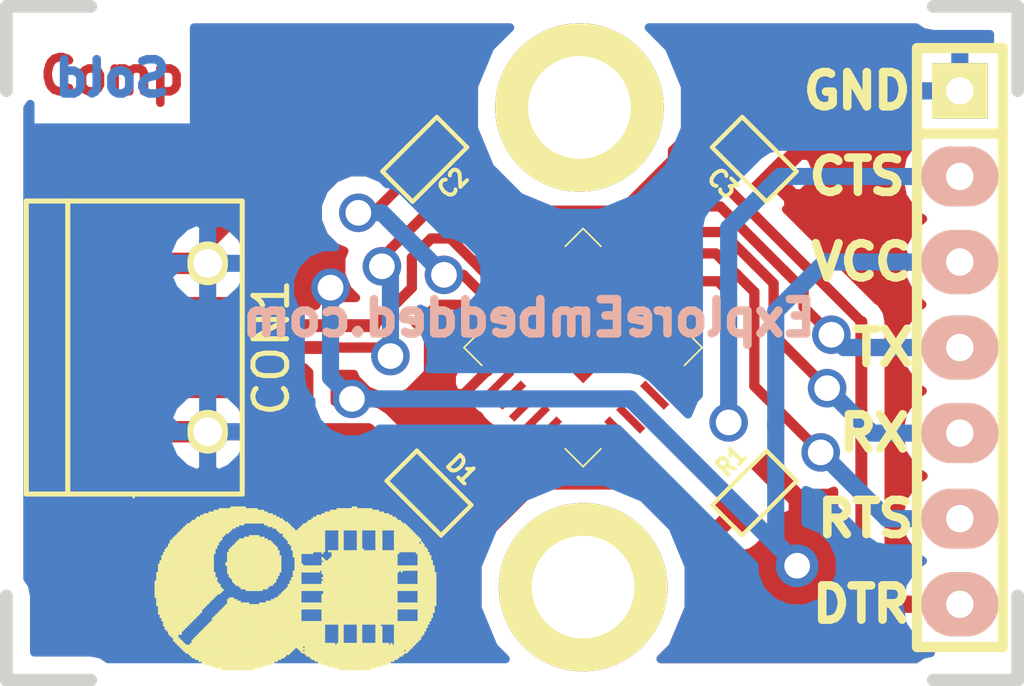
<source format=kicad_pcb>
(kicad_pcb (version 4) (host pcbnew "(2015-01-16 BZR 5376)-product")
  (title_block (date "25 may 2015") (company ExoploreEmbedded.com))
  (layers (0 Front signal) (31 Back jumper) (34 B.Paste user) (35 F.Paste user) (36 B.SilkS user) (37 F.SilkS user) (38 B.Mask user) (39 F.Mask user) (44 Edge.Cuts user))
  (net 0 "")
  (net 1 /CTS)
  (net 2 /D+)
  (net 3 /D-)
  (net 4 /DTR)
  (net 5 /RTS)
  (net 6 /RX)
  (net 7 /TX)
  (net 8 /VCC)
  (net 9 GND)
  (net 10 "Net-(C2-Pad1)")
  (net 11 "Net-(D1-Pad1)")
  (net 12 "Net-(P2-Pad1)")
  (net 13 "Net-(P3-Pad1)")
  (net 14 "Net-(U1-Pad2)")
  (net 15 "Net-(U1-Pad1)")
  (net 16 "Net-(U1-Pad27)")
  (net 17 "Net-(U1-Pad22)")
  (net 18 "Net-(U1-Pad21)")
  (net 19 "Net-(U1-Pad20)")
  (net 20 "Net-(U1-Pad19)")
  (net 21 "Net-(U1-Pad18)")
  (net 22 "Net-(U1-Pad17)")
  (net 23 "Net-(U1-Pad16)")
  (net 24 "Net-(U1-Pad15)")
  (net 25 "Net-(U1-Pad14)")
  (net 26 "Net-(U1-Pad13)")
  (net 27 "Net-(U1-Pad12)")
  (net 28 "Net-(U1-Pad11)")
  (net 29 "Net-(U1-Pad10)")
  (net 30 "Net-(U1-Pad9)")
  (module Connect:USB_Micro-B (layer Front) (at 32.908 29.628 270)
    (fp_text reference CON1 (at 0 -3.45 270) (layer F.SilkS))
    (fp_text value USB-MINI-B hide)
    (pad 1 smd rect (at -1.3009 -1.8) (size 1.8 0.4) (layers Front F.Paste F.Mask) (net 8 /VCC))
    (pad 2 smd rect (at -0.6509 -1.8) (size 1.8 0.4) (layers Front F.Paste F.Mask) (net 3 /D-))
    (pad 3 smd rect (at -0.0009 -1.8) (size 1.8 0.4) (layers Front F.Paste F.Mask) (net 2 /D+))
    (pad 4 smd rect (at 0.6491 -1.8) (size 1.8 0.4) (layers Front F.Paste F.Mask) (net 9 GND))
    (pad 5 smd rect (at 1.2991 -1.8) (size 1.8 0.4) (layers Front F.Paste F.Mask) (net 9 GND))
    (pad 6 thru_hole oval (at -2.5009 -1.56254) (size 1.2 1.3) (drill oval 0.85) (layers *.Cu *.Mask F.SilkS) (net 9 GND))
    (pad 6 thru_hole oval (at 2.4991 -1.56254) (size 1.2 1.3) (drill oval 0.85) (layers *.Cu *.Mask F.SilkS) (net 9 GND))
    (pad 6 smd rect (at -4.6 1.1) (size 1.55 2.5) (layers Front F.Paste F.Mask) (net 9 GND))
    (pad 6 smd rect (at 4.5 1.1) (size 1.55 2.5) (layers Front F.Paste F.Mask) (net 9 GND))
  )
  (module Connect:1pin (layer Front) (at 45.608 36.74)
    (fp_text reference P3 hide)
    (fp_text value CONN_1 hide)
    (pad 1 thru_hole circle (at 0 0) (size 5 5) (drill 3.048) (layers *.Cu *.Mask F.SilkS) (net 13 "Net-(P3-Pad1)"))
  )
  (module Connect:1pin (layer Front) (at 45.5 22.5)
    (fp_text reference P2 hide)
    (fp_text value CONN_1 hide)
    (pad 1 thru_hole circle (at 0 0) (size 5 5) (drill 3.048) (layers *.Cu *.Mask F.SilkS) (net 12 "Net-(P2-Pad1)"))
  )
  (module cp2102_xl2 (layer Front) (at 45.608 29.628 315)
    (fp_text reference U1 hide)
    (fp_text value CP2102 hide)
    (pad 7 smd rect (at -2.49936 1.50114 315) (size 1.00076 0.23114) (layers Front F.Paste F.Mask) (net 8 /VCC))
    (pad 6 smd rect (at -2.49936 1.00076 315) (size 1.00076 0.23114) (layers Front F.Paste F.Mask) (net 10 "Net-(C2-Pad1)"))
    (pad 5 smd rect (at -2.49936 0.50038 315) (size 1.00076 0.23114) (layers Front F.Paste F.Mask) (net 3 /D-))
    (pad 4 smd rect (at -2.49936 0 315) (size 1.00076 0.23114) (layers Front F.Paste F.Mask) (net 2 /D+))
    (pad 3 smd rect (at -2.49936 -0.50038 315) (size 1.00076 0.23114) (layers Front F.Paste F.Mask) (net 9 GND))
    (pad 2 smd rect (at -2.49936 -1.00076 315) (size 1.00076 0.23114) (layers Front F.Paste F.Mask) (net 14 "Net-(U1-Pad2)"))
    (pad 1 smd rect (at -2.49936 -1.50114 315) (size 1.00076 0.23114) (layers Front F.Paste F.Mask) (net 15 "Net-(U1-Pad1)"))
    (pad 28 smd rect (at -1.50114 -2.49936 315) (size 0.23114 1.00076) (layers Front F.Paste F.Mask) (net 4 /DTR))
    (pad 27 smd rect (at -1.00076 -2.49936 315) (size 0.23114 1.00076) (layers Front F.Paste F.Mask) (net 16 "Net-(U1-Pad27)"))
    (pad 26 smd rect (at -0.50038 -2.49936 315) (size 0.23114 1.00076) (layers Front F.Paste F.Mask) (net 7 /TX))
    (pad 25 smd rect (at 0 -2.49936 315) (size 0.23114 1.00076) (layers Front F.Paste F.Mask) (net 6 /RX))
    (pad 24 smd rect (at 0.50038 -2.49936 315) (size 0.23114 1.00076) (layers Front F.Paste F.Mask) (net 5 /RTS))
    (pad 23 smd rect (at 1.00076 -2.49936 315) (size 0.23114 1.00076) (layers Front F.Paste F.Mask) (net 1 /CTS))
    (pad 22 smd rect (at 1.50114 -2.49936 315) (size 0.23114 1.00076) (layers Front F.Paste F.Mask) (net 17 "Net-(U1-Pad22)"))
    (pad 21 smd rect (at 2.49936 -1.50114 315) (size 1.00076 0.23114) (layers Front F.Paste F.Mask) (net 18 "Net-(U1-Pad21)"))
    (pad 20 smd rect (at 2.49936 -1.00076 315) (size 1.00076 0.23114) (layers Front F.Paste F.Mask) (net 19 "Net-(U1-Pad20)"))
    (pad 19 smd rect (at 2.49936 -0.50038 315) (size 1.00076 0.23114) (layers Front F.Paste F.Mask) (net 20 "Net-(U1-Pad19)"))
    (pad 18 smd rect (at 2.49936 0 315) (size 1.00076 0.23114) (layers Front F.Paste F.Mask) (net 21 "Net-(U1-Pad18)"))
    (pad 17 smd rect (at 2.49936 0.50038 315) (size 1.00076 0.23114) (layers Front F.Paste F.Mask) (net 22 "Net-(U1-Pad17)"))
    (pad 16 smd rect (at 2.49936 1.00076 315) (size 1.00076 0.23114) (layers Front F.Paste F.Mask) (net 23 "Net-(U1-Pad16)"))
    (pad 15 smd rect (at 2.49936 1.50114 315) (size 1.00076 0.23114) (layers Front F.Paste F.Mask) (net 24 "Net-(U1-Pad15)"))
    (pad 14 smd rect (at 1.50114 2.49936 315) (size 0.23114 1.00076) (layers Front F.Paste F.Mask) (net 25 "Net-(U1-Pad14)"))
    (pad 13 smd rect (at 1.00076 2.49936 315) (size 0.23114 1.00076) (layers Front F.Paste F.Mask) (net 26 "Net-(U1-Pad13)"))
    (pad 12 smd rect (at 0.50038 2.49936 315) (size 0.23114 1.00076) (layers Front F.Paste F.Mask) (net 27 "Net-(U1-Pad12)"))
    (pad 11 smd rect (at 0 2.49936 315) (size 0.23114 1.00076) (layers Front F.Paste F.Mask) (net 28 "Net-(U1-Pad11)"))
    (pad 10 smd rect (at -0.50038 2.49936 315) (size 0.23114 1.00076) (layers Front F.Paste F.Mask) (net 29 "Net-(U1-Pad10)"))
    (pad 9 smd rect (at -1.00076 2.49936 315) (size 0.23114 1.00076) (layers Front F.Paste F.Mask) (net 30 "Net-(U1-Pad9)"))
    (pad 8 smd rect (at -1.50114 2.49936 315) (size 0.23114 1.00076) (layers Front F.Paste F.Mask) (net 8 /VCC))
    (pad 29 smd rect (at 0 0 315) (size 1.50114 1.50114) (layers Front F.Paste F.Mask))
    (pad "" smd circle (at -2.25044 -2.25044 315) (size 0.29972 0.29972) (layers Front F.Paste F.Mask))
  )
  (module SIL-7 (layer Front) (at 56.784 29.628 270)
    (fp_text reference P1 hide)
    (fp_text value CONN_7 hide)
    (pad 1 thru_hole rect (at -7.62 0 270) (size 1.651 1.651) (drill 0.8128) (layers *.Cu *.Mask F.SilkS) (net 9 GND))
    (pad 2 thru_hole oval (at -5.08 0 270) (size 1.778 2.286) (drill 0.8128) (layers *.Cu *.SilkS *.Mask) (net 1 /CTS))
    (pad 3 thru_hole oval (at -2.54 0 270) (size 1.905 2.286) (drill 0.8128) (layers *.Cu *.SilkS *.Mask) (net 8 /VCC))
    (pad 4 thru_hole oval (at 0 0 270) (size 1.905 2.286) (drill 0.8128) (layers *.Cu *.SilkS *.Mask) (net 7 /TX))
    (pad 5 thru_hole oval (at 2.54 0 270) (size 1.778 2.286) (drill 0.8128) (layers *.Cu *.SilkS *.Mask) (net 6 /RX))
    (pad 6 thru_hole oval (at 5.08 0 270) (size 1.778 2.286) (drill 0.8128) (layers *.Cu *.SilkS *.Mask) (net 5 /RTS))
    (pad 7 thru_hole oval (at 7.62 0 270) (size 1.905 2.286) (drill 0.8128) (layers *.Cu *.SilkS *.Mask) (net 4 /DTR))
  )
  (module SM0603 (layer Front) (at 40.909 24.04 45)
    (fp_text reference C2 (at 0.092631 1.096723 45) (layer F.SilkS) (effects (font (size 0.508 0.4572) (thickness 0.1143))))
    (fp_text value 0.1uF hide)
    (pad 1 smd rect (at -0.762 0 45) (size 0.635 1.143) (layers Front F.Paste F.Mask) (net 10 "Net-(C2-Pad1)"))
    (pad 2 smd rect (at 0.762 0 45) (size 0.635 1.143) (layers Front F.Paste F.Mask) (net 9 GND))
  )
  (module SM0603 (layer Front) (at 50.688 24.04 135)
    (fp_text reference C3 (at 0.16122 -1.165312 135) (layer F.SilkS) (effects (font (size 0.508 0.4572) (thickness 0.1143))))
    (fp_text value 1uF hide)
    (pad 1 smd rect (at -0.762 0 135) (size 0.635 1.143) (layers Front F.Paste F.Mask) (net 8 /VCC))
    (pad 2 smd rect (at 0.762 0 135) (size 0.635 1.143) (layers Front F.Paste F.Mask) (net 9 GND))
  )
  (module SM0603 (layer Front) (at 41.036 33.946 135)
    (fp_text reference D1 (at -0.189505 1.173797 135) (layer F.SilkS) (effects (font (size 0.508 0.4572) (thickness 0.1143))))
    (fp_text value LED hide)
    (pad 1 smd rect (at -0.762 0 135) (size 0.635 1.143) (layers Front F.Paste F.Mask) (net 11 "Net-(D1-Pad1)"))
    (pad 2 smd rect (at 0.762 0 135) (size 0.635 1.143) (layers Front F.Paste F.Mask) (net 9 GND))
  )
  (module SM0603 (layer Front) (at 50.688 33.946 225)
    (fp_text reference R1 (at -0.182434 1.155412 225) (layer F.SilkS) (effects (font (size 0.508 0.4572) (thickness 0.1143))))
    (fp_text value 330r hide)
    (pad 1 smd rect (at -0.762 0 225) (size 0.635 1.143) (layers Front F.Paste F.Mask) (net 8 /VCC))
    (pad 2 smd rect (at 0.762 0 225) (size 0.635 1.143) (layers Front F.Paste F.Mask) (net 11 "Net-(D1-Pad1)"))
  )
  (module "logo:LOGO (2)" (layer Front) (at 32.25 34)
    (fp_text reference LOGO hide)
    (fp_text value "" (at 0 0) (layer F.SilkS))
  )
  (gr_line (start 28.5 39.5) (end 28.5 37) (angle 90) (layer Edge.Cuts) (width 0.381))
  (gr_line (start 28.5 39.5) (end 31 39.5) (angle 90) (layer Edge.Cuts) (width 0.381))
  (gr_line (start 58.5 39.5) (end 56 39.5) (angle 90) (layer Edge.Cuts) (width 0.381))
  (gr_line (start 58.5 39.5) (end 58.5 37) (angle 90) (layer Edge.Cuts) (width 0.381))
  (gr_line (start 28.5 19.5) (end 28.5 22) (angle 90) (layer Edge.Cuts) (width 0.381))
  (gr_line (start 28.5 19.5) (end 31 19.5) (angle 90) (layer Edge.Cuts) (width 0.381))
  (gr_line (start 58.5 19.5) (end 58.5 22) (angle 90) (layer Edge.Cuts) (width 0.381))
  (gr_line (start 58.5 19.5) (end 56 19.5) (angle 90) (layer Edge.Cuts) (width 0.381))
  (gr_text ExploreEmbedded.com (at 44 28.75) (layer B.SilkS) (effects (font (size 1.016 1.016) (thickness 0.254)) (justify mirror)))
  (gr_text DTR (at 53.863 37.248) (layer F.SilkS) (effects (font (size 1.016 1.016) (thickness 0.254))))
  (gr_text RTS (at 53.99 34.708) (layer F.SilkS) (effects (font (size 1.016 1.016) (thickness 0.254))))
  (gr_text RX (at 54.244 32.168) (layer F.SilkS) (effects (font (size 1.016 1.016) (thickness 0.254))))
  (gr_text TX (at 54.498 29.628) (layer F.SilkS) (effects (font (size 1.016 1.016) (thickness 0.254))))
  (gr_text VCC (at 53.863 27.088) (layer F.SilkS) (effects (font (size 1.016 1.016) (thickness 0.254))))
  (gr_text CTS (at 53.736 24.548) (layer F.SilkS) (effects (font (size 1.016 1.016) (thickness 0.254))))
  (gr_text GND (at 53.736 22.008) (layer F.SilkS) (effects (font (size 1.016 1.016) (thickness 0.254))))
  (gr_text Sold (at 31.638 21.627) (layer Back) (effects (font (size 1.016 1.016) (thickness 0.254)) (justify mirror)))
  (gr_text Comp (at 31.638 21.5635) (layer Front) (effects (font (size 1.016 1.016) (thickness 0.254))))
  (segment (start 56.784 24.548) (end 54.244 24.548) (width 0.508) (layer Back) (net 1))
  (segment (start 55.768 24.548) (end 54.244 24.548) (width 0.508) (layer Back) (net 1))
  (segment (start 54.244 24.548) (end 51.45 24.548) (width 0.508) (layer Back) (net 1))
  (segment (start 49.926 26.072) (end 49.926 31.8505) (width 0.508) (layer Back) (net 1))
  (segment (start 51.45 24.548) (end 49.926 26.072) (width 0.508) (layer Back) (net 1))
  (via (at 49.926 31.8505) (size 1.143) (drill 0.762) (layers Front Back) (net 1))
  (segment (start 48.082959 28.550041) (end 48.9735 27.6595) (width 0.3048) (layer Front) (net 1))
  (segment (start 48.9735 27.6595) (end 49.6085 27.6595) (width 0.3048) (layer Front) (net 1))
  (segment (start 49.6085 27.6595) (end 49.926 27.977) (width 0.3048) (layer Front) (net 1))
  (segment (start 49.926 27.977) (end 49.926 31.8505) (width 0.3048) (layer Front) (net 1))
  (segment (start 48.082959 28.56833) (end 48.082959 28.550041) (width 0.3048) (layer Front) (net 1))
  (segment (start 43.840686 27.860686) (end 42.179 26.199) (width 0.3048) (layer Front) (net 2))
  (segment (start 39.639 26.961) (end 39.639 27.215) (width 0.3048) (layer Front) (net 2))
  (segment (start 40.909 25.691) (end 39.639 26.961) (width 0.3048) (layer Front) (net 2))
  (segment (start 41.671 25.691) (end 40.909 25.691) (width 0.3048) (layer Front) (net 2))
  (segment (start 42.179 26.199) (end 41.671 25.691) (width 0.3048) (layer Front) (net 2))
  (segment (start 39.6381 29.6271) (end 38.1159 29.6271) (width 0.3048) (layer Front) (net 2))
  (via (at 39.639 27.215) (size 1.143) (drill 0.762) (layers Front Back) (net 2))
  (segment (start 39.639 27.215) (end 39.893 27.469) (width 0.508) (layer Back) (net 2))
  (segment (start 39.893 27.469) (end 39.893 29.882) (width 0.508) (layer Back) (net 2))
  (via (at 39.893 29.882) (size 1.143) (drill 0.762) (layers Front Back) (net 2))
  (segment (start 39.893 29.882) (end 39.6381 29.6271) (width 0.3048) (layer Front) (net 2))
  (segment (start 38.1141 29.6271) (end 37.988 29.6271) (width 0.3048) (layer Front) (net 2))
  (segment (start 38.115 29.628) (end 38.1141 29.6271) (width 0.3048) (layer Front) (net 2))
  (segment (start 37.988 29.6271) (end 34.47054 29.6271) (width 0.381) (layer Front) (net 2))
  (segment (start 43.486864 28.214508) (end 43.486864 28.205364) (width 0.3048) (layer Front) (net 3))
  (segment (start 43.486864 28.205364) (end 41.671 26.3895) (width 0.3048) (layer Front) (net 3))
  (segment (start 40.528 26.961) (end 40.528 27.85) (width 0.3048) (layer Front) (net 3))
  (segment (start 41.0995 26.3895) (end 40.528 26.961) (width 0.3048) (layer Front) (net 3))
  (segment (start 41.671 26.3895) (end 41.0995 26.3895) (width 0.3048) (layer Front) (net 3))
  (segment (start 43.486864 28.205364) (end 42.4965 27.215) (width 0.3048) (layer Front) (net 3))
  (segment (start 34.47054 28.9771) (end 39.4009 28.9771) (width 0.381) (layer Front) (net 3))
  (segment (start 39.4009 28.9771) (end 40.528 27.85) (width 0.3048) (layer Front) (net 3))
  (segment (start 56.784 37.248) (end 54.498 37.248) (width 0.508) (layer Front) (net 4))
  (segment (start 46.341281 26.799219) (end 48.4655 24.675) (width 0.3048) (layer Front) (net 4))
  (segment (start 48.4655 24.675) (end 49.672 24.675) (width 0.3048) (layer Front) (net 4))
  (segment (start 49.672 24.675) (end 53.863 28.866) (width 0.3048) (layer Front) (net 4))
  (segment (start 53.863 28.866) (end 53.863 36.9305) (width 0.3556) (layer Front) (net 4))
  (segment (start 53.863 36.9305) (end 54.1805 37.248) (width 0.508) (layer Front) (net 4))
  (segment (start 54.1805 37.248) (end 54.498 37.248) (width 0.508) (layer Front) (net 4))
  (segment (start 54.498 37.248) (end 55.768 37.248) (width 0.508) (layer Front) (net 4))
  (segment (start 46.313848 26.799219) (end 46.341281 26.799219) (width 0.3048) (layer Front) (net 4))
  (segment (start 56.784 34.708) (end 54.625 34.708) (width 0.508) (layer Back) (net 5))
  (segment (start 54.625 34.708) (end 52.6565 32.7395) (width 0.508) (layer Back) (net 5))
  (segment (start 55.768 34.708) (end 54.625 34.708) (width 0.381) (layer Back) (net 5))
  (segment (start 54.625 34.708) (end 52.6565 32.7395) (width 0.381) (layer Back) (net 5))
  (segment (start 50.18 27.469) (end 50.688 27.977) (width 0.3048) (layer Front) (net 5))
  (segment (start 49.545 26.834) (end 50.18 27.469) (width 0.3048) (layer Front) (net 5))
  (segment (start 49.1005 26.834) (end 49.545 26.834) (width 0.3048) (layer Front) (net 5))
  (segment (start 47.729136 28.205364) (end 49.1005 26.834) (width 0.3048) (layer Front) (net 5))
  (segment (start 52.6565 32.7395) (end 54.625 34.708) (width 0.3048) (layer Back) (net 5))
  (via (at 52.6565 32.7395) (size 1.143) (drill 0.762) (layers Front Back) (net 5))
  (segment (start 50.688 30.771) (end 52.6565 32.7395) (width 0.3048) (layer Front) (net 5))
  (segment (start 50.688 27.977) (end 50.688 30.771) (width 0.3048) (layer Front) (net 5))
  (segment (start 47.729136 28.214508) (end 47.729136 28.205364) (width 0.3048) (layer Front) (net 5))
  (segment (start 56.784 32.168) (end 54.1805 32.168) (width 0.508) (layer Back) (net 6))
  (segment (start 54.1805 32.168) (end 52.847 30.8345) (width 0.508) (layer Back) (net 6))
  (segment (start 55.768 32.168) (end 54.1805 32.168) (width 0.381) (layer Back) (net 6))
  (segment (start 54.1805 32.168) (end 52.847 30.8345) (width 0.381) (layer Back) (net 6))
  (segment (start 50.688 27.1515) (end 51.2595 27.723) (width 0.3048) (layer Front) (net 6))
  (segment (start 47.375314 27.860686) (end 47.9575 27.2785) (width 0.3048) (layer Front) (net 6))
  (segment (start 49.7355 26.199) (end 50.688 27.1515) (width 0.3048) (layer Front) (net 6))
  (segment (start 49.037 26.199) (end 49.7355 26.199) (width 0.3048) (layer Front) (net 6))
  (segment (start 47.9575 27.2785) (end 49.037 26.199) (width 0.3048) (layer Front) (net 6))
  (segment (start 52.847 30.8345) (end 54.1805 32.168) (width 0.3048) (layer Back) (net 6))
  (via (at 52.847 30.8345) (size 1.143) (drill 0.762) (layers Front Back) (net 6))
  (segment (start 51.2595 29.247) (end 52.847 30.8345) (width 0.3048) (layer Front) (net 6))
  (segment (start 51.2595 27.723) (end 51.2595 29.247) (width 0.3048) (layer Front) (net 6))
  (segment (start 56.784 29.628) (end 53.355 29.628) (width 0.508) (layer Back) (net 7))
  (segment (start 53.355 29.628) (end 52.974 29.247) (width 0.508) (layer Back) (net 7))
  (segment (start 51.577 27.342) (end 52.1485 27.9135) (width 0.3048) (layer Front) (net 7))
  (segment (start 53.355 29.628) (end 55.768 29.628) (width 0.508) (layer Back) (net 7))
  (segment (start 52.974 29.247) (end 53.355 29.628) (width 0.3048) (layer Back) (net 7))
  (via (at 52.974 29.247) (size 1.143) (drill 0.762) (layers Front Back) (net 7))
  (segment (start 52.1485 28.4215) (end 52.974 29.247) (width 0.3048) (layer Front) (net 7))
  (segment (start 52.1485 27.9135) (end 52.1485 28.4215) (width 0.3048) (layer Front) (net 7))
  (segment (start 47.030636 27.506864) (end 49.1005 25.437) (width 0.3048) (layer Front) (net 7))
  (segment (start 49.1005 25.437) (end 49.672 25.437) (width 0.3048) (layer Front) (net 7))
  (segment (start 49.672 25.437) (end 51.577 27.342) (width 0.3048) (layer Front) (net 7))
  (segment (start 51.577 27.342) (end 51.704 27.469) (width 0.3048) (layer Front) (net 7))
  (segment (start 47.021492 27.506864) (end 47.030636 27.506864) (width 0.3048) (layer Front) (net 7))
  (segment (start 56.784 27.088) (end 54.498 27.088) (width 0.508) (layer Back) (net 8))
  (segment (start 56.784 27.088) (end 53.736 27.088) (width 0.508) (layer Front) (net 8))
  (segment (start 51.323 31.9775) (end 51.323 28.5485) (width 0.508) (layer Back) (net 8))
  (segment (start 51.323 28.5485) (end 52.7835 27.088) (width 0.508) (layer Back) (net 8))
  (segment (start 52.7835 27.088) (end 54.498 27.088) (width 0.508) (layer Back) (net 8))
  (segment (start 54.498 27.088) (end 55.768 27.088) (width 0.508) (layer Back) (net 8))
  (segment (start 51.958 36.105) (end 51.958 36.0415) (width 0.508) (layer Back) (net 8))
  (segment (start 51.323 35.4065) (end 51.323 31.9775) (width 0.508) (layer Back) (net 8))
  (segment (start 51.323 31.9775) (end 51.323 31.8505) (width 0.508) (layer Back) (net 8))
  (segment (start 51.958 36.0415) (end 51.323 35.4065) (width 0.508) (layer Back) (net 8))
  (segment (start 38.75 31.152) (end 47.005 31.152) (width 0.508) (layer Back) (net 8))
  (segment (start 47.005 31.152) (end 47.8305 31.9775) (width 0.508) (layer Back) (net 8))
  (segment (start 51.323 34.708) (end 51.323 31.8505) (width 0.3048) (layer Back) (net 8))
  (segment (start 40.655 31.152) (end 38.75 31.152) (width 0.3048) (layer Back) (net 8))
  (segment (start 39.639 31.152) (end 41.417 31.152) (width 0.3048) (layer Front) (net 8))
  (segment (start 41.925 31.152) (end 41.417 31.152) (width 0.3048) (layer Front) (net 8))
  (segment (start 41.925 31.152) (end 42.743152 30.333848) (width 0.3048) (layer Front) (net 8))
  (segment (start 42.779219 28.922152) (end 42.743152 28.922152) (width 0.3048) (layer Front) (net 8))
  (segment (start 42.743152 28.922152) (end 42.179 28.358) (width 0.3048) (layer Front) (net 8))
  (segment (start 42.179 28.358) (end 41.29 28.358) (width 0.3048) (layer Front) (net 8))
  (segment (start 41.29 28.358) (end 41.036 28.612) (width 0.3048) (layer Front) (net 8))
  (segment (start 41.036 28.612) (end 41.036 30.39) (width 0.3048) (layer Front) (net 8))
  (segment (start 41.036 30.39) (end 40.274 31.152) (width 0.3048) (layer Front) (net 8))
  (segment (start 40.274 31.152) (end 39.639 31.152) (width 0.3048) (layer Front) (net 8))
  (segment (start 39.639 31.152) (end 38.75 31.152) (width 0.3048) (layer Front) (net 8))
  (via (at 38.75 31.152) (size 1.143) (drill 0.762) (layers Front Back) (net 8))
  (segment (start 38.75 31.152) (end 38.115 30.517) (width 0.508) (layer Back) (net 8))
  (segment (start 37.6379 28.3271) (end 34.47054 28.3271) (width 0.381) (layer Front) (net 8))
  (segment (start 38.115 27.85) (end 37.6379 28.3271) (width 0.3048) (layer Front) (net 8))
  (via (at 38.115 27.85) (size 1.143) (drill 0.762) (layers Front Back) (net 8))
  (segment (start 38.115 30.517) (end 38.115 27.85) (width 0.508) (layer Back) (net 8))
  (segment (start 42.779219 30.333848) (end 42.743152 30.333848) (width 0.3048) (layer Front) (net 8))
  (segment (start 53.736 27.088) (end 51.226815 24.578815) (width 0.508) (layer Front) (net 8))
  (segment (start 55.768 27.088) (end 53.736 27.088) (width 0.508) (layer Front) (net 8))
  (segment (start 51.958 36.105) (end 47.8305 31.9775) (width 0.508) (layer Back) (net 8))
  (via (at 51.958 36.105) (size 1.27) (drill 0.762) (layers Front Back) (net 8))
  (segment (start 51.958 34.073) (end 51.958 36.105) (width 0.508) (layer Front) (net 8))
  (segment (start 51.292185 33.407185) (end 51.958 34.073) (width 0.508) (layer Front) (net 8))
  (segment (start 51.226815 33.407185) (end 51.292185 33.407185) (width 0.3048) (layer Front) (net 8))
  (segment (start 56.784 22.008) (end 54.498 22.008) (width 0.508) (layer Front) (net 9))
  (segment (start 46.751 25.564) (end 43.51063 25.564) (width 0.3048) (layer Front) (net 9))
  (segment (start 48.275 24.04) (end 46.751 25.564) (width 0.3048) (layer Front) (net 9))
  (segment (start 48.275 23.786) (end 48.275 24.04) (width 0.3048) (layer Front) (net 9))
  (segment (start 49.291 22.77) (end 48.275 23.786) (width 0.3048) (layer Front) (net 9))
  (segment (start 41.447815 23.501185) (end 42.7505 24.80387) (width 0.381) (layer Front) (net 9))
  (segment (start 34.47054 32.1271) (end 36.6954 32.1271) (width 0.381) (layer Front) (net 9))
  (segment (start 37.4165 31.406) (end 37.4165 30.39) (width 0.381) (layer Front) (net 9))
  (segment (start 36.6954 32.1271) (end 37.4165 31.406) (width 0.381) (layer Front) (net 9))
  (segment (start 34.47054 30.9271) (end 37.1969 30.9271) (width 0.381) (layer Front) (net 9))
  (segment (start 37.1969 30.9271) (end 37.4165 30.7075) (width 0.381) (layer Front) (net 9))
  (segment (start 37.4165 30.7075) (end 37.4165 30.39) (width 0.381) (layer Front) (net 9))
  (segment (start 37.1131 30.2771) (end 34.47054 30.2771) (width 0.381) (layer Front) (net 9))
  (segment (start 37.4165 30.39) (end 37.3036 30.2771) (width 0.381) (layer Front) (net 9))
  (segment (start 37.3036 30.2771) (end 37.1131 30.2771) (width 0.381) (layer Front) (net 9))
  (segment (start 41.447815 23.501185) (end 41.447815 23.499315) (width 0.3048) (layer Front) (net 9))
  (segment (start 38.369 22.5795) (end 34.47054 26.47796) (width 0.508) (layer Front) (net 9))
  (segment (start 41.447815 23.499315) (end 40.528 22.5795) (width 0.508) (layer Front) (net 9))
  (segment (start 40.528 22.5795) (end 38.369 22.5795) (width 0.508) (layer Front) (net 9))
  (segment (start 34.47054 32.1271) (end 39.2171 32.1271) (width 0.508) (layer Front) (net 9))
  (segment (start 39.2171 32.1271) (end 40.497185 33.407185) (width 0.508) (layer Front) (net 9))
  (segment (start 34.47054 32.1271) (end 36.6319 32.1271) (width 0.3048) (layer Front) (net 9))
  (segment (start 34.47054 27.1271) (end 33.5039 27.1271) (width 0.508) (layer Back) (net 9))
  (segment (start 33.5021 32.1271) (end 34.47054 32.1271) (width 0.508) (layer Back) (net 9))
  (segment (start 32.781 31.406) (end 33.5021 32.1271) (width 0.508) (layer Back) (net 9))
  (segment (start 32.781 27.85) (end 32.781 31.406) (width 0.508) (layer Back) (net 9))
  (segment (start 33.5039 27.1271) (end 32.781 27.85) (width 0.508) (layer Back) (net 9))
  (segment (start 36.9429 30.9271) (end 34.47054 30.9271) (width 0.381) (layer Front) (net 9))
  (segment (start 34.47054 27.1271) (end 34.47054 26.61854) (width 0.3048) (layer Back) (net 9))
  (segment (start 34.47054 32.1271) (end 34.47054 32.38346) (width 0.3048) (layer Back) (net 9))
  (segment (start 49.418 22.77) (end 49.418 22.262) (width 0.508) (layer Front) (net 9))
  (segment (start 49.418 22.262) (end 50.18 21.5) (width 0.508) (layer Front) (net 9))
  (segment (start 50.18 21.5) (end 52.5295 21.5) (width 0.508) (layer Front) (net 9))
  (segment (start 52.5295 21.5) (end 53.0375 22.008) (width 0.508) (layer Front) (net 9))
  (segment (start 53.0375 22.008) (end 54.498 22.008) (width 0.508) (layer Front) (net 9))
  (segment (start 54.498 22.008) (end 55.768 22.008) (width 0.508) (layer Front) (net 9))
  (segment (start 42.7505 26.072) (end 42.7505 24.80387) (width 0.3048) (layer Front) (net 9))
  (segment (start 44.185364 27.506864) (end 42.7505 26.072) (width 0.3048) (layer Front) (net 9))
  (segment (start 44.194508 27.506864) (end 44.185364 27.506864) (width 0.3048) (layer Front) (net 9))
  (segment (start 43.51063 25.564) (end 41.447815 23.501185) (width 0.3048) (layer Front) (net 9))
  (segment (start 49.418 22.77) (end 49.291 22.77) (width 0.3048) (layer Front) (net 9))
  (segment (start 50.149185 23.501185) (end 49.418 22.77) (width 0.508) (layer Front) (net 9))
  (segment (start 32.1229 32.1271) (end 31.808 32.442) (width 0.635) (layer Front) (net 9))
  (segment (start 31.808 32.442) (end 31.808 34.128) (width 0.635) (layer Front) (net 9))
  (segment (start 34.47054 32.1271) (end 32.1229 32.1271) (width 0.635) (layer Front) (net 9))
  (segment (start 32.3771 27.1271) (end 31.808 26.558) (width 0.635) (layer Front) (net 9))
  (segment (start 31.808 26.558) (end 31.808 25.028) (width 0.635) (layer Front) (net 9))
  (segment (start 34.47054 27.1271) (end 32.3771 27.1271) (width 0.635) (layer Front) (net 9))
  (segment (start 34.47054 27.1271) (end 34.47054 26.47796) (width 0.508) (layer Front) (net 9))
  (segment (start 40.370185 24.578815) (end 40.370185 24.642315) (width 0.3048) (layer Front) (net 10))
  (segment (start 40.370185 24.642315) (end 39.385 25.6275) (width 0.3048) (layer Front) (net 10))
  (segment (start 39.385 25.6275) (end 38.9405 25.6275) (width 0.3048) (layer Front) (net 10))
  (segment (start 40.370185 24.578815) (end 39.989185 24.578815) (width 0.3048) (layer Front) (net 10))
  (segment (start 43.133041 28.56833) (end 43.133041 28.550041) (width 0.3048) (layer Front) (net 10))
  (segment (start 43.133041 28.550041) (end 42.052 27.469) (width 0.3048) (layer Front) (net 10))
  (via (at 38.9405 25.6275) (size 1.143) (drill 0.762) (layers Front Back) (net 10))
  (segment (start 39.639 25.6275) (end 38.9405 25.6275) (width 0.508) (layer Back) (net 10))
  (segment (start 41.4805 27.469) (end 39.639 25.6275) (width 0.508) (layer Back) (net 10))
  (via (at 41.4805 27.469) (size 1.143) (drill 0.762) (layers Front Back) (net 10))
  (segment (start 42.052 27.469) (end 41.4805 27.469) (width 0.3048) (layer Front) (net 10))
  (segment (start 42.306 35.216) (end 42.687 35.216) (width 0.3048) (layer Front) (net 11))
  (segment (start 42.687 35.216) (end 44.211 33.692) (width 0.3048) (layer Front) (net 11))
  (segment (start 44.211 33.692) (end 47.259 33.692) (width 0.3048) (layer Front) (net 11))
  (segment (start 47.259 33.692) (end 48.91 35.343) (width 0.3048) (layer Front) (net 11))
  (segment (start 48.91 35.343) (end 49.291 35.343) (width 0.508) (layer Front) (net 11))
  (segment (start 49.291 35.343) (end 50.149185 34.484815) (width 0.508) (layer Front) (net 11))
  (segment (start 41.574815 34.484815) (end 42.306 35.216) (width 0.3048) (layer Front) (net 11))
  (zone (net 9) (net_name GND) (layer Back) (connect_pads (clearance 0.508)) (min_thickness 0.254) (fill yes (arc_segments 16) (thermal_gap 0.508) (thermal_bridge_width 0.508))
    (polygon (pts (xy 58 39) (xy 29 39) (xy 29 20) (xy 58 20)))
  )
  (zone (net 8) (net_name /VCC) (layer Front) (connect_pads (clearance 0.508)) (min_thickness 0.254) (fill yes (arc_segments 16) (thermal_gap 0.508) (thermal_bridge_width 0.508))
    (polygon (pts (xy 58 39) (xy 29 39) (xy 29 20) (xy 58 20)))
  )
)
</source>
